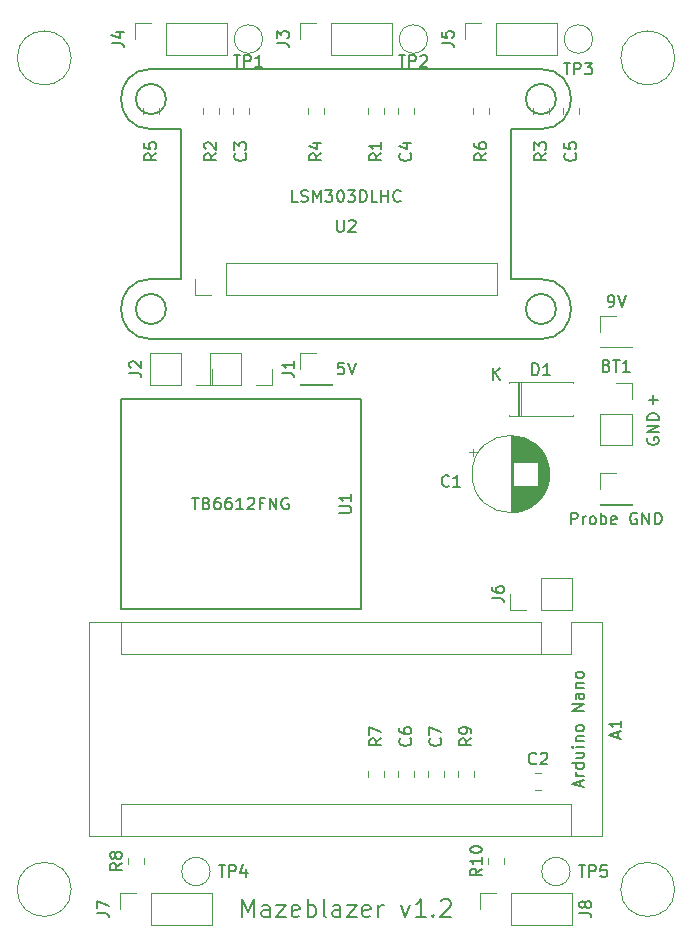
<source format=gbr>
G04 #@! TF.GenerationSoftware,KiCad,Pcbnew,5.0.2-bee76a0~70~ubuntu18.04.1*
G04 #@! TF.CreationDate,2019-04-24T16:28:52+03:00*
G04 #@! TF.ProjectId,hw,68772e6b-6963-4616-945f-706362585858,rev?*
G04 #@! TF.SameCoordinates,Original*
G04 #@! TF.FileFunction,Legend,Top*
G04 #@! TF.FilePolarity,Positive*
%FSLAX46Y46*%
G04 Gerber Fmt 4.6, Leading zero omitted, Abs format (unit mm)*
G04 Created by KiCad (PCBNEW 5.0.2-bee76a0~70~ubuntu18.04.1) date ke 24. huhtikuuta 2019 16.28.52*
%MOMM*%
%LPD*%
G01*
G04 APERTURE LIST*
%ADD10C,0.150000*%
%ADD11C,0.200000*%
%ADD12C,0.120000*%
G04 APERTURE END LIST*
D10*
X130190952Y-73477380D02*
X130381428Y-73477380D01*
X130476666Y-73429761D01*
X130524285Y-73382142D01*
X130619523Y-73239285D01*
X130667142Y-73048809D01*
X130667142Y-72667857D01*
X130619523Y-72572619D01*
X130571904Y-72525000D01*
X130476666Y-72477380D01*
X130286190Y-72477380D01*
X130190952Y-72525000D01*
X130143333Y-72572619D01*
X130095714Y-72667857D01*
X130095714Y-72905952D01*
X130143333Y-73001190D01*
X130190952Y-73048809D01*
X130286190Y-73096428D01*
X130476666Y-73096428D01*
X130571904Y-73048809D01*
X130619523Y-73001190D01*
X130667142Y-72905952D01*
X130952857Y-72477380D02*
X131286190Y-73477380D01*
X131619523Y-72477380D01*
X127000476Y-91892380D02*
X127000476Y-90892380D01*
X127381428Y-90892380D01*
X127476666Y-90940000D01*
X127524285Y-90987619D01*
X127571904Y-91082857D01*
X127571904Y-91225714D01*
X127524285Y-91320952D01*
X127476666Y-91368571D01*
X127381428Y-91416190D01*
X127000476Y-91416190D01*
X128000476Y-91892380D02*
X128000476Y-91225714D01*
X128000476Y-91416190D02*
X128048095Y-91320952D01*
X128095714Y-91273333D01*
X128190952Y-91225714D01*
X128286190Y-91225714D01*
X128762380Y-91892380D02*
X128667142Y-91844761D01*
X128619523Y-91797142D01*
X128571904Y-91701904D01*
X128571904Y-91416190D01*
X128619523Y-91320952D01*
X128667142Y-91273333D01*
X128762380Y-91225714D01*
X128905238Y-91225714D01*
X129000476Y-91273333D01*
X129048095Y-91320952D01*
X129095714Y-91416190D01*
X129095714Y-91701904D01*
X129048095Y-91797142D01*
X129000476Y-91844761D01*
X128905238Y-91892380D01*
X128762380Y-91892380D01*
X129524285Y-91892380D02*
X129524285Y-90892380D01*
X129524285Y-91273333D02*
X129619523Y-91225714D01*
X129810000Y-91225714D01*
X129905238Y-91273333D01*
X129952857Y-91320952D01*
X130000476Y-91416190D01*
X130000476Y-91701904D01*
X129952857Y-91797142D01*
X129905238Y-91844761D01*
X129810000Y-91892380D01*
X129619523Y-91892380D01*
X129524285Y-91844761D01*
X130810000Y-91844761D02*
X130714761Y-91892380D01*
X130524285Y-91892380D01*
X130429047Y-91844761D01*
X130381428Y-91749523D01*
X130381428Y-91368571D01*
X130429047Y-91273333D01*
X130524285Y-91225714D01*
X130714761Y-91225714D01*
X130810000Y-91273333D01*
X130857619Y-91368571D01*
X130857619Y-91463809D01*
X130381428Y-91559047D01*
X132571904Y-90940000D02*
X132476666Y-90892380D01*
X132333809Y-90892380D01*
X132190952Y-90940000D01*
X132095714Y-91035238D01*
X132048095Y-91130476D01*
X132000476Y-91320952D01*
X132000476Y-91463809D01*
X132048095Y-91654285D01*
X132095714Y-91749523D01*
X132190952Y-91844761D01*
X132333809Y-91892380D01*
X132429047Y-91892380D01*
X132571904Y-91844761D01*
X132619523Y-91797142D01*
X132619523Y-91463809D01*
X132429047Y-91463809D01*
X133048095Y-91892380D02*
X133048095Y-90892380D01*
X133619523Y-91892380D01*
X133619523Y-90892380D01*
X134095714Y-91892380D02*
X134095714Y-90892380D01*
X134333809Y-90892380D01*
X134476666Y-90940000D01*
X134571904Y-91035238D01*
X134619523Y-91130476D01*
X134667142Y-91320952D01*
X134667142Y-91463809D01*
X134619523Y-91654285D01*
X134571904Y-91749523D01*
X134476666Y-91844761D01*
X134333809Y-91892380D01*
X134095714Y-91892380D01*
D11*
X99128571Y-125138571D02*
X99128571Y-123638571D01*
X99628571Y-124710000D01*
X100128571Y-123638571D01*
X100128571Y-125138571D01*
X101485714Y-125138571D02*
X101485714Y-124352857D01*
X101414285Y-124210000D01*
X101271428Y-124138571D01*
X100985714Y-124138571D01*
X100842857Y-124210000D01*
X101485714Y-125067142D02*
X101342857Y-125138571D01*
X100985714Y-125138571D01*
X100842857Y-125067142D01*
X100771428Y-124924285D01*
X100771428Y-124781428D01*
X100842857Y-124638571D01*
X100985714Y-124567142D01*
X101342857Y-124567142D01*
X101485714Y-124495714D01*
X102057142Y-124138571D02*
X102842857Y-124138571D01*
X102057142Y-125138571D01*
X102842857Y-125138571D01*
X103985714Y-125067142D02*
X103842857Y-125138571D01*
X103557142Y-125138571D01*
X103414285Y-125067142D01*
X103342857Y-124924285D01*
X103342857Y-124352857D01*
X103414285Y-124210000D01*
X103557142Y-124138571D01*
X103842857Y-124138571D01*
X103985714Y-124210000D01*
X104057142Y-124352857D01*
X104057142Y-124495714D01*
X103342857Y-124638571D01*
X104700000Y-125138571D02*
X104700000Y-123638571D01*
X104700000Y-124210000D02*
X104842857Y-124138571D01*
X105128571Y-124138571D01*
X105271428Y-124210000D01*
X105342857Y-124281428D01*
X105414285Y-124424285D01*
X105414285Y-124852857D01*
X105342857Y-124995714D01*
X105271428Y-125067142D01*
X105128571Y-125138571D01*
X104842857Y-125138571D01*
X104700000Y-125067142D01*
X106271428Y-125138571D02*
X106128571Y-125067142D01*
X106057142Y-124924285D01*
X106057142Y-123638571D01*
X107485714Y-125138571D02*
X107485714Y-124352857D01*
X107414285Y-124210000D01*
X107271428Y-124138571D01*
X106985714Y-124138571D01*
X106842857Y-124210000D01*
X107485714Y-125067142D02*
X107342857Y-125138571D01*
X106985714Y-125138571D01*
X106842857Y-125067142D01*
X106771428Y-124924285D01*
X106771428Y-124781428D01*
X106842857Y-124638571D01*
X106985714Y-124567142D01*
X107342857Y-124567142D01*
X107485714Y-124495714D01*
X108057142Y-124138571D02*
X108842857Y-124138571D01*
X108057142Y-125138571D01*
X108842857Y-125138571D01*
X109985714Y-125067142D02*
X109842857Y-125138571D01*
X109557142Y-125138571D01*
X109414285Y-125067142D01*
X109342857Y-124924285D01*
X109342857Y-124352857D01*
X109414285Y-124210000D01*
X109557142Y-124138571D01*
X109842857Y-124138571D01*
X109985714Y-124210000D01*
X110057142Y-124352857D01*
X110057142Y-124495714D01*
X109342857Y-124638571D01*
X110700000Y-125138571D02*
X110700000Y-124138571D01*
X110700000Y-124424285D02*
X110771428Y-124281428D01*
X110842857Y-124210000D01*
X110985714Y-124138571D01*
X111128571Y-124138571D01*
X112628571Y-124138571D02*
X112985714Y-125138571D01*
X113342857Y-124138571D01*
X114700000Y-125138571D02*
X113842857Y-125138571D01*
X114271428Y-125138571D02*
X114271428Y-123638571D01*
X114128571Y-123852857D01*
X113985714Y-123995714D01*
X113842857Y-124067142D01*
X115342857Y-124995714D02*
X115414285Y-125067142D01*
X115342857Y-125138571D01*
X115271428Y-125067142D01*
X115342857Y-124995714D01*
X115342857Y-125138571D01*
X115985714Y-123781428D02*
X116057142Y-123710000D01*
X116200000Y-123638571D01*
X116557142Y-123638571D01*
X116700000Y-123710000D01*
X116771428Y-123781428D01*
X116842857Y-123924285D01*
X116842857Y-124067142D01*
X116771428Y-124281428D01*
X115914285Y-125138571D01*
X116842857Y-125138571D01*
D10*
X103854761Y-64587380D02*
X103378571Y-64587380D01*
X103378571Y-63587380D01*
X104140476Y-64539761D02*
X104283333Y-64587380D01*
X104521428Y-64587380D01*
X104616666Y-64539761D01*
X104664285Y-64492142D01*
X104711904Y-64396904D01*
X104711904Y-64301666D01*
X104664285Y-64206428D01*
X104616666Y-64158809D01*
X104521428Y-64111190D01*
X104330952Y-64063571D01*
X104235714Y-64015952D01*
X104188095Y-63968333D01*
X104140476Y-63873095D01*
X104140476Y-63777857D01*
X104188095Y-63682619D01*
X104235714Y-63635000D01*
X104330952Y-63587380D01*
X104569047Y-63587380D01*
X104711904Y-63635000D01*
X105140476Y-64587380D02*
X105140476Y-63587380D01*
X105473809Y-64301666D01*
X105807142Y-63587380D01*
X105807142Y-64587380D01*
X106188095Y-63587380D02*
X106807142Y-63587380D01*
X106473809Y-63968333D01*
X106616666Y-63968333D01*
X106711904Y-64015952D01*
X106759523Y-64063571D01*
X106807142Y-64158809D01*
X106807142Y-64396904D01*
X106759523Y-64492142D01*
X106711904Y-64539761D01*
X106616666Y-64587380D01*
X106330952Y-64587380D01*
X106235714Y-64539761D01*
X106188095Y-64492142D01*
X107426190Y-63587380D02*
X107521428Y-63587380D01*
X107616666Y-63635000D01*
X107664285Y-63682619D01*
X107711904Y-63777857D01*
X107759523Y-63968333D01*
X107759523Y-64206428D01*
X107711904Y-64396904D01*
X107664285Y-64492142D01*
X107616666Y-64539761D01*
X107521428Y-64587380D01*
X107426190Y-64587380D01*
X107330952Y-64539761D01*
X107283333Y-64492142D01*
X107235714Y-64396904D01*
X107188095Y-64206428D01*
X107188095Y-63968333D01*
X107235714Y-63777857D01*
X107283333Y-63682619D01*
X107330952Y-63635000D01*
X107426190Y-63587380D01*
X108092857Y-63587380D02*
X108711904Y-63587380D01*
X108378571Y-63968333D01*
X108521428Y-63968333D01*
X108616666Y-64015952D01*
X108664285Y-64063571D01*
X108711904Y-64158809D01*
X108711904Y-64396904D01*
X108664285Y-64492142D01*
X108616666Y-64539761D01*
X108521428Y-64587380D01*
X108235714Y-64587380D01*
X108140476Y-64539761D01*
X108092857Y-64492142D01*
X109140476Y-64587380D02*
X109140476Y-63587380D01*
X109378571Y-63587380D01*
X109521428Y-63635000D01*
X109616666Y-63730238D01*
X109664285Y-63825476D01*
X109711904Y-64015952D01*
X109711904Y-64158809D01*
X109664285Y-64349285D01*
X109616666Y-64444523D01*
X109521428Y-64539761D01*
X109378571Y-64587380D01*
X109140476Y-64587380D01*
X110616666Y-64587380D02*
X110140476Y-64587380D01*
X110140476Y-63587380D01*
X110950000Y-64587380D02*
X110950000Y-63587380D01*
X110950000Y-64063571D02*
X111521428Y-64063571D01*
X111521428Y-64587380D02*
X111521428Y-63587380D01*
X112569047Y-64492142D02*
X112521428Y-64539761D01*
X112378571Y-64587380D01*
X112283333Y-64587380D01*
X112140476Y-64539761D01*
X112045238Y-64444523D01*
X111997619Y-64349285D01*
X111950000Y-64158809D01*
X111950000Y-64015952D01*
X111997619Y-63825476D01*
X112045238Y-63730238D01*
X112140476Y-63635000D01*
X112283333Y-63587380D01*
X112378571Y-63587380D01*
X112521428Y-63635000D01*
X112569047Y-63682619D01*
X127801666Y-114077142D02*
X127801666Y-113600952D01*
X128087380Y-114172380D02*
X127087380Y-113839047D01*
X128087380Y-113505714D01*
X128087380Y-113172380D02*
X127420714Y-113172380D01*
X127611190Y-113172380D02*
X127515952Y-113124761D01*
X127468333Y-113077142D01*
X127420714Y-112981904D01*
X127420714Y-112886666D01*
X128087380Y-112124761D02*
X127087380Y-112124761D01*
X128039761Y-112124761D02*
X128087380Y-112220000D01*
X128087380Y-112410476D01*
X128039761Y-112505714D01*
X127992142Y-112553333D01*
X127896904Y-112600952D01*
X127611190Y-112600952D01*
X127515952Y-112553333D01*
X127468333Y-112505714D01*
X127420714Y-112410476D01*
X127420714Y-112220000D01*
X127468333Y-112124761D01*
X127420714Y-111220000D02*
X128087380Y-111220000D01*
X127420714Y-111648571D02*
X127944523Y-111648571D01*
X128039761Y-111600952D01*
X128087380Y-111505714D01*
X128087380Y-111362857D01*
X128039761Y-111267619D01*
X127992142Y-111220000D01*
X128087380Y-110743809D02*
X127420714Y-110743809D01*
X127087380Y-110743809D02*
X127135000Y-110791428D01*
X127182619Y-110743809D01*
X127135000Y-110696190D01*
X127087380Y-110743809D01*
X127182619Y-110743809D01*
X127420714Y-110267619D02*
X128087380Y-110267619D01*
X127515952Y-110267619D02*
X127468333Y-110220000D01*
X127420714Y-110124761D01*
X127420714Y-109981904D01*
X127468333Y-109886666D01*
X127563571Y-109839047D01*
X128087380Y-109839047D01*
X128087380Y-109220000D02*
X128039761Y-109315238D01*
X127992142Y-109362857D01*
X127896904Y-109410476D01*
X127611190Y-109410476D01*
X127515952Y-109362857D01*
X127468333Y-109315238D01*
X127420714Y-109220000D01*
X127420714Y-109077142D01*
X127468333Y-108981904D01*
X127515952Y-108934285D01*
X127611190Y-108886666D01*
X127896904Y-108886666D01*
X127992142Y-108934285D01*
X128039761Y-108981904D01*
X128087380Y-109077142D01*
X128087380Y-109220000D01*
X128087380Y-107696190D02*
X127087380Y-107696190D01*
X128087380Y-107124761D01*
X127087380Y-107124761D01*
X128087380Y-106220000D02*
X127563571Y-106220000D01*
X127468333Y-106267619D01*
X127420714Y-106362857D01*
X127420714Y-106553333D01*
X127468333Y-106648571D01*
X128039761Y-106220000D02*
X128087380Y-106315238D01*
X128087380Y-106553333D01*
X128039761Y-106648571D01*
X127944523Y-106696190D01*
X127849285Y-106696190D01*
X127754047Y-106648571D01*
X127706428Y-106553333D01*
X127706428Y-106315238D01*
X127658809Y-106220000D01*
X127420714Y-105743809D02*
X128087380Y-105743809D01*
X127515952Y-105743809D02*
X127468333Y-105696190D01*
X127420714Y-105600952D01*
X127420714Y-105458095D01*
X127468333Y-105362857D01*
X127563571Y-105315238D01*
X128087380Y-105315238D01*
X128087380Y-104696190D02*
X128039761Y-104791428D01*
X127992142Y-104839047D01*
X127896904Y-104886666D01*
X127611190Y-104886666D01*
X127515952Y-104839047D01*
X127468333Y-104791428D01*
X127420714Y-104696190D01*
X127420714Y-104553333D01*
X127468333Y-104458095D01*
X127515952Y-104410476D01*
X127611190Y-104362857D01*
X127896904Y-104362857D01*
X127992142Y-104410476D01*
X128039761Y-104458095D01*
X128087380Y-104553333D01*
X128087380Y-104696190D01*
X94917142Y-89622380D02*
X95488571Y-89622380D01*
X95202857Y-90622380D02*
X95202857Y-89622380D01*
X96155238Y-90098571D02*
X96298095Y-90146190D01*
X96345714Y-90193809D01*
X96393333Y-90289047D01*
X96393333Y-90431904D01*
X96345714Y-90527142D01*
X96298095Y-90574761D01*
X96202857Y-90622380D01*
X95821904Y-90622380D01*
X95821904Y-89622380D01*
X96155238Y-89622380D01*
X96250476Y-89670000D01*
X96298095Y-89717619D01*
X96345714Y-89812857D01*
X96345714Y-89908095D01*
X96298095Y-90003333D01*
X96250476Y-90050952D01*
X96155238Y-90098571D01*
X95821904Y-90098571D01*
X97250476Y-89622380D02*
X97060000Y-89622380D01*
X96964761Y-89670000D01*
X96917142Y-89717619D01*
X96821904Y-89860476D01*
X96774285Y-90050952D01*
X96774285Y-90431904D01*
X96821904Y-90527142D01*
X96869523Y-90574761D01*
X96964761Y-90622380D01*
X97155238Y-90622380D01*
X97250476Y-90574761D01*
X97298095Y-90527142D01*
X97345714Y-90431904D01*
X97345714Y-90193809D01*
X97298095Y-90098571D01*
X97250476Y-90050952D01*
X97155238Y-90003333D01*
X96964761Y-90003333D01*
X96869523Y-90050952D01*
X96821904Y-90098571D01*
X96774285Y-90193809D01*
X98202857Y-89622380D02*
X98012380Y-89622380D01*
X97917142Y-89670000D01*
X97869523Y-89717619D01*
X97774285Y-89860476D01*
X97726666Y-90050952D01*
X97726666Y-90431904D01*
X97774285Y-90527142D01*
X97821904Y-90574761D01*
X97917142Y-90622380D01*
X98107619Y-90622380D01*
X98202857Y-90574761D01*
X98250476Y-90527142D01*
X98298095Y-90431904D01*
X98298095Y-90193809D01*
X98250476Y-90098571D01*
X98202857Y-90050952D01*
X98107619Y-90003333D01*
X97917142Y-90003333D01*
X97821904Y-90050952D01*
X97774285Y-90098571D01*
X97726666Y-90193809D01*
X99250476Y-90622380D02*
X98679047Y-90622380D01*
X98964761Y-90622380D02*
X98964761Y-89622380D01*
X98869523Y-89765238D01*
X98774285Y-89860476D01*
X98679047Y-89908095D01*
X99631428Y-89717619D02*
X99679047Y-89670000D01*
X99774285Y-89622380D01*
X100012380Y-89622380D01*
X100107619Y-89670000D01*
X100155238Y-89717619D01*
X100202857Y-89812857D01*
X100202857Y-89908095D01*
X100155238Y-90050952D01*
X99583809Y-90622380D01*
X100202857Y-90622380D01*
X100964761Y-90098571D02*
X100631428Y-90098571D01*
X100631428Y-90622380D02*
X100631428Y-89622380D01*
X101107619Y-89622380D01*
X101488571Y-90622380D02*
X101488571Y-89622380D01*
X102060000Y-90622380D01*
X102060000Y-89622380D01*
X103060000Y-89670000D02*
X102964761Y-89622380D01*
X102821904Y-89622380D01*
X102679047Y-89670000D01*
X102583809Y-89765238D01*
X102536190Y-89860476D01*
X102488571Y-90050952D01*
X102488571Y-90193809D01*
X102536190Y-90384285D01*
X102583809Y-90479523D01*
X102679047Y-90574761D01*
X102821904Y-90622380D01*
X102917142Y-90622380D01*
X103060000Y-90574761D01*
X103107619Y-90527142D01*
X103107619Y-90193809D01*
X102917142Y-90193809D01*
X133485000Y-84581904D02*
X133437380Y-84677142D01*
X133437380Y-84820000D01*
X133485000Y-84962857D01*
X133580238Y-85058095D01*
X133675476Y-85105714D01*
X133865952Y-85153333D01*
X134008809Y-85153333D01*
X134199285Y-85105714D01*
X134294523Y-85058095D01*
X134389761Y-84962857D01*
X134437380Y-84820000D01*
X134437380Y-84724761D01*
X134389761Y-84581904D01*
X134342142Y-84534285D01*
X134008809Y-84534285D01*
X134008809Y-84724761D01*
X134437380Y-84105714D02*
X133437380Y-84105714D01*
X134437380Y-83534285D01*
X133437380Y-83534285D01*
X134437380Y-83058095D02*
X133437380Y-83058095D01*
X133437380Y-82820000D01*
X133485000Y-82677142D01*
X133580238Y-82581904D01*
X133675476Y-82534285D01*
X133865952Y-82486666D01*
X134008809Y-82486666D01*
X134199285Y-82534285D01*
X134294523Y-82581904D01*
X134389761Y-82677142D01*
X134437380Y-82820000D01*
X134437380Y-83058095D01*
X133604047Y-81351428D02*
X134365952Y-81351428D01*
X133985000Y-81732380D02*
X133985000Y-80970476D01*
D12*
G04 #@! TO.C,*
X129480000Y-76895000D02*
X132140000Y-76895000D01*
X129480000Y-76835000D02*
X129480000Y-76895000D01*
X132140000Y-76835000D02*
X132140000Y-76895000D01*
X129480000Y-76835000D02*
X132140000Y-76835000D01*
X129480000Y-75565000D02*
X129480000Y-74235000D01*
X129480000Y-74235000D02*
X130810000Y-74235000D01*
G04 #@! TO.C,TP5*
X126930000Y-121285000D02*
G75*
G03X126930000Y-121285000I-1200000J0D01*
G01*
G04 #@! TO.C,TP4*
X96450000Y-121285000D02*
G75*
G03X96450000Y-121285000I-1200000J0D01*
G01*
G04 #@! TO.C,TP3*
X128835000Y-50800000D02*
G75*
G03X128835000Y-50800000I-1200000J0D01*
G01*
G04 #@! TO.C,TP2*
X114865000Y-50800000D02*
G75*
G03X114865000Y-50800000I-1200000J0D01*
G01*
G04 #@! TO.C,*
X84686000Y-122800000D02*
G75*
G03X84686000Y-122800000I-2286000J0D01*
G01*
X135786000Y-122800000D02*
G75*
G03X135786000Y-122800000I-2286000J0D01*
G01*
X135786000Y-52400000D02*
G75*
G03X135786000Y-52400000I-2286000J0D01*
G01*
X84686000Y-52400000D02*
G75*
G03X84686000Y-52400000I-2286000J0D01*
G01*
G04 #@! TO.C,A1*
X124460000Y-102870000D02*
X127000000Y-102870000D01*
X127000000Y-102870000D02*
X127000000Y-100200000D01*
X124460000Y-100200000D02*
X86230000Y-100200000D01*
X129670000Y-100200000D02*
X127000000Y-100200000D01*
X127000000Y-115570000D02*
X127000000Y-118240000D01*
X127000000Y-115570000D02*
X88900000Y-115570000D01*
X88900000Y-115570000D02*
X88900000Y-118240000D01*
X124460000Y-102870000D02*
X124460000Y-100200000D01*
X124460000Y-102870000D02*
X88900000Y-102870000D01*
X88900000Y-102870000D02*
X88900000Y-100200000D01*
X86230000Y-100200000D02*
X86230000Y-118240000D01*
X86230000Y-118240000D02*
X129670000Y-118240000D01*
X129670000Y-118240000D02*
X129670000Y-100200000D01*
G04 #@! TO.C,BT1*
X129480000Y-82550000D02*
X132140000Y-82550000D01*
X129480000Y-82550000D02*
X129480000Y-85150000D01*
X129480000Y-85150000D02*
X132140000Y-85150000D01*
X132140000Y-82550000D02*
X132140000Y-85150000D01*
X132140000Y-79950000D02*
X132140000Y-81280000D01*
X130810000Y-79950000D02*
X132140000Y-79950000D01*
G04 #@! TO.C,C1*
X125170000Y-87630000D02*
G75*
G03X125170000Y-87630000I-3270000J0D01*
G01*
X121900000Y-84400000D02*
X121900000Y-90860000D01*
X121940000Y-84400000D02*
X121940000Y-90860000D01*
X121980000Y-84400000D02*
X121980000Y-90860000D01*
X122020000Y-84402000D02*
X122020000Y-90858000D01*
X122060000Y-84403000D02*
X122060000Y-90857000D01*
X122100000Y-84406000D02*
X122100000Y-90854000D01*
X122140000Y-84408000D02*
X122140000Y-86590000D01*
X122140000Y-88670000D02*
X122140000Y-90852000D01*
X122180000Y-84412000D02*
X122180000Y-86590000D01*
X122180000Y-88670000D02*
X122180000Y-90848000D01*
X122220000Y-84415000D02*
X122220000Y-86590000D01*
X122220000Y-88670000D02*
X122220000Y-90845000D01*
X122260000Y-84419000D02*
X122260000Y-86590000D01*
X122260000Y-88670000D02*
X122260000Y-90841000D01*
X122300000Y-84424000D02*
X122300000Y-86590000D01*
X122300000Y-88670000D02*
X122300000Y-90836000D01*
X122340000Y-84429000D02*
X122340000Y-86590000D01*
X122340000Y-88670000D02*
X122340000Y-90831000D01*
X122380000Y-84435000D02*
X122380000Y-86590000D01*
X122380000Y-88670000D02*
X122380000Y-90825000D01*
X122420000Y-84441000D02*
X122420000Y-86590000D01*
X122420000Y-88670000D02*
X122420000Y-90819000D01*
X122460000Y-84448000D02*
X122460000Y-86590000D01*
X122460000Y-88670000D02*
X122460000Y-90812000D01*
X122500000Y-84455000D02*
X122500000Y-86590000D01*
X122500000Y-88670000D02*
X122500000Y-90805000D01*
X122540000Y-84463000D02*
X122540000Y-86590000D01*
X122540000Y-88670000D02*
X122540000Y-90797000D01*
X122580000Y-84471000D02*
X122580000Y-86590000D01*
X122580000Y-88670000D02*
X122580000Y-90789000D01*
X122621000Y-84480000D02*
X122621000Y-86590000D01*
X122621000Y-88670000D02*
X122621000Y-90780000D01*
X122661000Y-84489000D02*
X122661000Y-86590000D01*
X122661000Y-88670000D02*
X122661000Y-90771000D01*
X122701000Y-84499000D02*
X122701000Y-86590000D01*
X122701000Y-88670000D02*
X122701000Y-90761000D01*
X122741000Y-84509000D02*
X122741000Y-86590000D01*
X122741000Y-88670000D02*
X122741000Y-90751000D01*
X122781000Y-84520000D02*
X122781000Y-86590000D01*
X122781000Y-88670000D02*
X122781000Y-90740000D01*
X122821000Y-84532000D02*
X122821000Y-86590000D01*
X122821000Y-88670000D02*
X122821000Y-90728000D01*
X122861000Y-84544000D02*
X122861000Y-86590000D01*
X122861000Y-88670000D02*
X122861000Y-90716000D01*
X122901000Y-84556000D02*
X122901000Y-86590000D01*
X122901000Y-88670000D02*
X122901000Y-90704000D01*
X122941000Y-84569000D02*
X122941000Y-86590000D01*
X122941000Y-88670000D02*
X122941000Y-90691000D01*
X122981000Y-84583000D02*
X122981000Y-86590000D01*
X122981000Y-88670000D02*
X122981000Y-90677000D01*
X123021000Y-84597000D02*
X123021000Y-86590000D01*
X123021000Y-88670000D02*
X123021000Y-90663000D01*
X123061000Y-84612000D02*
X123061000Y-86590000D01*
X123061000Y-88670000D02*
X123061000Y-90648000D01*
X123101000Y-84628000D02*
X123101000Y-86590000D01*
X123101000Y-88670000D02*
X123101000Y-90632000D01*
X123141000Y-84644000D02*
X123141000Y-86590000D01*
X123141000Y-88670000D02*
X123141000Y-90616000D01*
X123181000Y-84660000D02*
X123181000Y-86590000D01*
X123181000Y-88670000D02*
X123181000Y-90600000D01*
X123221000Y-84678000D02*
X123221000Y-86590000D01*
X123221000Y-88670000D02*
X123221000Y-90582000D01*
X123261000Y-84696000D02*
X123261000Y-86590000D01*
X123261000Y-88670000D02*
X123261000Y-90564000D01*
X123301000Y-84714000D02*
X123301000Y-86590000D01*
X123301000Y-88670000D02*
X123301000Y-90546000D01*
X123341000Y-84734000D02*
X123341000Y-86590000D01*
X123341000Y-88670000D02*
X123341000Y-90526000D01*
X123381000Y-84754000D02*
X123381000Y-86590000D01*
X123381000Y-88670000D02*
X123381000Y-90506000D01*
X123421000Y-84774000D02*
X123421000Y-86590000D01*
X123421000Y-88670000D02*
X123421000Y-90486000D01*
X123461000Y-84796000D02*
X123461000Y-86590000D01*
X123461000Y-88670000D02*
X123461000Y-90464000D01*
X123501000Y-84818000D02*
X123501000Y-86590000D01*
X123501000Y-88670000D02*
X123501000Y-90442000D01*
X123541000Y-84840000D02*
X123541000Y-86590000D01*
X123541000Y-88670000D02*
X123541000Y-90420000D01*
X123581000Y-84864000D02*
X123581000Y-86590000D01*
X123581000Y-88670000D02*
X123581000Y-90396000D01*
X123621000Y-84888000D02*
X123621000Y-86590000D01*
X123621000Y-88670000D02*
X123621000Y-90372000D01*
X123661000Y-84914000D02*
X123661000Y-86590000D01*
X123661000Y-88670000D02*
X123661000Y-90346000D01*
X123701000Y-84940000D02*
X123701000Y-86590000D01*
X123701000Y-88670000D02*
X123701000Y-90320000D01*
X123741000Y-84966000D02*
X123741000Y-86590000D01*
X123741000Y-88670000D02*
X123741000Y-90294000D01*
X123781000Y-84994000D02*
X123781000Y-86590000D01*
X123781000Y-88670000D02*
X123781000Y-90266000D01*
X123821000Y-85023000D02*
X123821000Y-86590000D01*
X123821000Y-88670000D02*
X123821000Y-90237000D01*
X123861000Y-85052000D02*
X123861000Y-86590000D01*
X123861000Y-88670000D02*
X123861000Y-90208000D01*
X123901000Y-85082000D02*
X123901000Y-86590000D01*
X123901000Y-88670000D02*
X123901000Y-90178000D01*
X123941000Y-85114000D02*
X123941000Y-86590000D01*
X123941000Y-88670000D02*
X123941000Y-90146000D01*
X123981000Y-85146000D02*
X123981000Y-86590000D01*
X123981000Y-88670000D02*
X123981000Y-90114000D01*
X124021000Y-85180000D02*
X124021000Y-86590000D01*
X124021000Y-88670000D02*
X124021000Y-90080000D01*
X124061000Y-85214000D02*
X124061000Y-86590000D01*
X124061000Y-88670000D02*
X124061000Y-90046000D01*
X124101000Y-85250000D02*
X124101000Y-86590000D01*
X124101000Y-88670000D02*
X124101000Y-90010000D01*
X124141000Y-85287000D02*
X124141000Y-86590000D01*
X124141000Y-88670000D02*
X124141000Y-89973000D01*
X124181000Y-85325000D02*
X124181000Y-86590000D01*
X124181000Y-88670000D02*
X124181000Y-89935000D01*
X124221000Y-85365000D02*
X124221000Y-89895000D01*
X124261000Y-85406000D02*
X124261000Y-89854000D01*
X124301000Y-85448000D02*
X124301000Y-89812000D01*
X124341000Y-85493000D02*
X124341000Y-89767000D01*
X124381000Y-85538000D02*
X124381000Y-89722000D01*
X124421000Y-85586000D02*
X124421000Y-89674000D01*
X124461000Y-85635000D02*
X124461000Y-89625000D01*
X124501000Y-85686000D02*
X124501000Y-89574000D01*
X124541000Y-85740000D02*
X124541000Y-89520000D01*
X124581000Y-85796000D02*
X124581000Y-89464000D01*
X124621000Y-85854000D02*
X124621000Y-89406000D01*
X124661000Y-85916000D02*
X124661000Y-89344000D01*
X124701000Y-85980000D02*
X124701000Y-89280000D01*
X124741000Y-86049000D02*
X124741000Y-89211000D01*
X124781000Y-86121000D02*
X124781000Y-89139000D01*
X124821000Y-86198000D02*
X124821000Y-89062000D01*
X124861000Y-86280000D02*
X124861000Y-88980000D01*
X124901000Y-86368000D02*
X124901000Y-88892000D01*
X124941000Y-86465000D02*
X124941000Y-88795000D01*
X124981000Y-86571000D02*
X124981000Y-88689000D01*
X125021000Y-86690000D02*
X125021000Y-88570000D01*
X125061000Y-86828000D02*
X125061000Y-88432000D01*
X125101000Y-86997000D02*
X125101000Y-88263000D01*
X125141000Y-87228000D02*
X125141000Y-88032000D01*
X118399759Y-85791000D02*
X119029759Y-85791000D01*
X118714759Y-85476000D02*
X118714759Y-86106000D01*
G04 #@! TO.C,C2*
X124476252Y-112955000D02*
X123953748Y-112955000D01*
X124476252Y-114375000D02*
X123953748Y-114375000D01*
G04 #@! TO.C,C3*
X99770000Y-56643748D02*
X99770000Y-57166252D01*
X98350000Y-56643748D02*
X98350000Y-57166252D01*
G04 #@! TO.C,C4*
X113740000Y-56643748D02*
X113740000Y-57166252D01*
X112320000Y-56643748D02*
X112320000Y-57166252D01*
G04 #@! TO.C,C5*
X126290000Y-56643748D02*
X126290000Y-57166252D01*
X127710000Y-56643748D02*
X127710000Y-57166252D01*
G04 #@! TO.C,C6*
X112320000Y-113291252D02*
X112320000Y-112768748D01*
X113740000Y-113291252D02*
X113740000Y-112768748D01*
G04 #@! TO.C,C7*
X116280000Y-113291252D02*
X116280000Y-112768748D01*
X114860000Y-113291252D02*
X114860000Y-112768748D01*
G04 #@! TO.C,D1*
X121740000Y-79940000D02*
X121740000Y-79810000D01*
X121740000Y-79810000D02*
X127180000Y-79810000D01*
X127180000Y-79810000D02*
X127180000Y-79940000D01*
X121740000Y-82620000D02*
X121740000Y-82750000D01*
X121740000Y-82750000D02*
X127180000Y-82750000D01*
X127180000Y-82750000D02*
X127180000Y-82620000D01*
X122640000Y-79810000D02*
X122640000Y-82750000D01*
X122760000Y-79810000D02*
X122760000Y-82750000D01*
X122520000Y-79810000D02*
X122520000Y-82750000D01*
G04 #@! TO.C,J1*
X99060000Y-77410000D02*
X99060000Y-80070000D01*
X99060000Y-77410000D02*
X96460000Y-77410000D01*
X96460000Y-77410000D02*
X96460000Y-80070000D01*
X99060000Y-80070000D02*
X96460000Y-80070000D01*
X101660000Y-80070000D02*
X100330000Y-80070000D01*
X101660000Y-78740000D02*
X101660000Y-80070000D01*
G04 #@! TO.C,J2*
X96580000Y-78740000D02*
X96580000Y-80070000D01*
X96580000Y-80070000D02*
X95250000Y-80070000D01*
X93980000Y-80070000D02*
X91380000Y-80070000D01*
X91380000Y-77410000D02*
X91380000Y-80070000D01*
X93980000Y-77410000D02*
X91380000Y-77410000D01*
X93980000Y-77410000D02*
X93980000Y-80070000D01*
G04 #@! TO.C,J3*
X106680000Y-52130000D02*
X106680000Y-49470000D01*
X106680000Y-52130000D02*
X111820000Y-52130000D01*
X111820000Y-52130000D02*
X111820000Y-49470000D01*
X106680000Y-49470000D02*
X111820000Y-49470000D01*
X104080000Y-49470000D02*
X105410000Y-49470000D01*
X104080000Y-50800000D02*
X104080000Y-49470000D01*
G04 #@! TO.C,J4*
X92710000Y-52130000D02*
X92710000Y-49470000D01*
X92710000Y-52130000D02*
X97850000Y-52130000D01*
X97850000Y-52130000D02*
X97850000Y-49470000D01*
X92710000Y-49470000D02*
X97850000Y-49470000D01*
X90110000Y-49470000D02*
X91440000Y-49470000D01*
X90110000Y-50800000D02*
X90110000Y-49470000D01*
G04 #@! TO.C,J5*
X118050000Y-50800000D02*
X118050000Y-49470000D01*
X118050000Y-49470000D02*
X119380000Y-49470000D01*
X120650000Y-49470000D02*
X125790000Y-49470000D01*
X125790000Y-52130000D02*
X125790000Y-49470000D01*
X120650000Y-52130000D02*
X125790000Y-52130000D01*
X120650000Y-52130000D02*
X120650000Y-49470000D01*
G04 #@! TO.C,J6*
X127060000Y-99120000D02*
X127060000Y-96460000D01*
X124460000Y-99120000D02*
X127060000Y-99120000D01*
X124460000Y-96460000D02*
X127060000Y-96460000D01*
X124460000Y-99120000D02*
X124460000Y-96460000D01*
X123190000Y-99120000D02*
X121860000Y-99120000D01*
X121860000Y-99120000D02*
X121860000Y-97790000D01*
G04 #@! TO.C,J7*
X88840000Y-124460000D02*
X88840000Y-123130000D01*
X88840000Y-123130000D02*
X90170000Y-123130000D01*
X91440000Y-123130000D02*
X96580000Y-123130000D01*
X96580000Y-125790000D02*
X96580000Y-123130000D01*
X91440000Y-125790000D02*
X96580000Y-125790000D01*
X91440000Y-125790000D02*
X91440000Y-123130000D01*
G04 #@! TO.C,J8*
X121920000Y-125790000D02*
X121920000Y-123130000D01*
X121920000Y-125790000D02*
X127060000Y-125790000D01*
X127060000Y-125790000D02*
X127060000Y-123130000D01*
X121920000Y-123130000D02*
X127060000Y-123130000D01*
X119320000Y-123130000D02*
X120650000Y-123130000D01*
X119320000Y-124460000D02*
X119320000Y-123130000D01*
G04 #@! TO.C,R1*
X109780000Y-57166252D02*
X109780000Y-56643748D01*
X111200000Y-57166252D02*
X111200000Y-56643748D01*
G04 #@! TO.C,R2*
X97230000Y-57166252D02*
X97230000Y-56643748D01*
X95810000Y-57166252D02*
X95810000Y-56643748D01*
G04 #@! TO.C,R3*
X125170000Y-57166252D02*
X125170000Y-56643748D01*
X123750000Y-57166252D02*
X123750000Y-56643748D01*
G04 #@! TO.C,R4*
X104700000Y-56643748D02*
X104700000Y-57166252D01*
X106120000Y-56643748D02*
X106120000Y-57166252D01*
G04 #@! TO.C,R5*
X92150000Y-56643748D02*
X92150000Y-57166252D01*
X90730000Y-56643748D02*
X90730000Y-57166252D01*
G04 #@! TO.C,R6*
X120090000Y-56643748D02*
X120090000Y-57166252D01*
X118670000Y-56643748D02*
X118670000Y-57166252D01*
G04 #@! TO.C,R7*
X109780000Y-112768748D02*
X109780000Y-113291252D01*
X111200000Y-112768748D02*
X111200000Y-113291252D01*
G04 #@! TO.C,R8*
X89460000Y-120666252D02*
X89460000Y-120143748D01*
X90880000Y-120666252D02*
X90880000Y-120143748D01*
G04 #@! TO.C,R9*
X118820000Y-112768748D02*
X118820000Y-113291252D01*
X117400000Y-112768748D02*
X117400000Y-113291252D01*
G04 #@! TO.C,R10*
X121360000Y-120666252D02*
X121360000Y-120143748D01*
X119940000Y-120666252D02*
X119940000Y-120143748D01*
D10*
G04 #@! TO.C,U1*
X109220000Y-81280000D02*
X109220000Y-99060000D01*
X109220000Y-99060000D02*
X88900000Y-99060000D01*
X88900000Y-99060000D02*
X88900000Y-81280000D01*
X88900000Y-81280000D02*
X109220000Y-81280000D01*
G04 #@! TO.C,U2*
X96520000Y-76200000D02*
X119380000Y-76200000D01*
X119380000Y-76200000D02*
X124460000Y-76200000D01*
X124460000Y-71120000D02*
G75*
G02X124460000Y-76200000I0J-2540000D01*
G01*
X124460000Y-71120000D02*
X121920000Y-71120000D01*
X96520000Y-76200000D02*
X91440000Y-76200000D01*
X91440000Y-76200000D02*
G75*
G02X91440000Y-71120000I0J2540000D01*
G01*
X91440000Y-71120000D02*
X93980000Y-71120000D01*
X121920000Y-71120000D02*
X121920000Y-58420000D01*
X121920000Y-58420000D02*
X124460000Y-58420000D01*
X124460000Y-53340000D02*
X91440000Y-53340000D01*
X91440000Y-58420000D02*
X93980000Y-58420000D01*
X93980000Y-58420000D02*
X93980000Y-71120000D01*
X124460000Y-53340000D02*
G75*
G02X124460000Y-58420000I0J-2540000D01*
G01*
X91440000Y-58420000D02*
G75*
G02X91440000Y-53340000I0J2540000D01*
G01*
X125730000Y-55880000D02*
G75*
G03X125730000Y-55880000I-1270000J0D01*
G01*
X92710000Y-55880000D02*
G75*
G03X92710000Y-55880000I-1270000J0D01*
G01*
X125730000Y-73660000D02*
G75*
G03X125730000Y-73660000I-1270000J0D01*
G01*
X92710000Y-73660000D02*
G75*
G03X92710000Y-73660000I-1270000J0D01*
G01*
D12*
G04 #@! TO.C,*
X95190000Y-72450000D02*
X95190000Y-71120000D01*
X96520000Y-72450000D02*
X95190000Y-72450000D01*
X97790000Y-72450000D02*
X97790000Y-69790000D01*
X97790000Y-69790000D02*
X120710000Y-69790000D01*
X97790000Y-72450000D02*
X120710000Y-72450000D01*
X120710000Y-72450000D02*
X120710000Y-69790000D01*
X129480000Y-87570000D02*
X130810000Y-87570000D01*
X129480000Y-88900000D02*
X129480000Y-87570000D01*
X129480000Y-90170000D02*
X132140000Y-90170000D01*
X132140000Y-90170000D02*
X132140000Y-90230000D01*
X129480000Y-90170000D02*
X129480000Y-90230000D01*
X129480000Y-90230000D02*
X132140000Y-90230000D01*
G04 #@! TO.C,TP1*
X100895000Y-50800000D02*
G75*
G03X100895000Y-50800000I-1200000J0D01*
G01*
G04 #@! TO.C,5V*
X104080000Y-77410000D02*
X105410000Y-77410000D01*
X104080000Y-78740000D02*
X104080000Y-77410000D01*
X104080000Y-80010000D02*
X106740000Y-80010000D01*
X106740000Y-80010000D02*
X106740000Y-80070000D01*
X104080000Y-80010000D02*
X104080000Y-80070000D01*
X104080000Y-80070000D02*
X106740000Y-80070000D01*
G04 #@! TO.C,*
D10*
G04 #@! TO.C,TP5*
X127643095Y-120737380D02*
X128214523Y-120737380D01*
X127928809Y-121737380D02*
X127928809Y-120737380D01*
X128547857Y-121737380D02*
X128547857Y-120737380D01*
X128928809Y-120737380D01*
X129024047Y-120785000D01*
X129071666Y-120832619D01*
X129119285Y-120927857D01*
X129119285Y-121070714D01*
X129071666Y-121165952D01*
X129024047Y-121213571D01*
X128928809Y-121261190D01*
X128547857Y-121261190D01*
X130024047Y-120737380D02*
X129547857Y-120737380D01*
X129500238Y-121213571D01*
X129547857Y-121165952D01*
X129643095Y-121118333D01*
X129881190Y-121118333D01*
X129976428Y-121165952D01*
X130024047Y-121213571D01*
X130071666Y-121308809D01*
X130071666Y-121546904D01*
X130024047Y-121642142D01*
X129976428Y-121689761D01*
X129881190Y-121737380D01*
X129643095Y-121737380D01*
X129547857Y-121689761D01*
X129500238Y-121642142D01*
G04 #@! TO.C,TP4*
X97163095Y-120737380D02*
X97734523Y-120737380D01*
X97448809Y-121737380D02*
X97448809Y-120737380D01*
X98067857Y-121737380D02*
X98067857Y-120737380D01*
X98448809Y-120737380D01*
X98544047Y-120785000D01*
X98591666Y-120832619D01*
X98639285Y-120927857D01*
X98639285Y-121070714D01*
X98591666Y-121165952D01*
X98544047Y-121213571D01*
X98448809Y-121261190D01*
X98067857Y-121261190D01*
X99496428Y-121070714D02*
X99496428Y-121737380D01*
X99258333Y-120689761D02*
X99020238Y-121404047D01*
X99639285Y-121404047D01*
G04 #@! TO.C,TP3*
X126373095Y-52792380D02*
X126944523Y-52792380D01*
X126658809Y-53792380D02*
X126658809Y-52792380D01*
X127277857Y-53792380D02*
X127277857Y-52792380D01*
X127658809Y-52792380D01*
X127754047Y-52840000D01*
X127801666Y-52887619D01*
X127849285Y-52982857D01*
X127849285Y-53125714D01*
X127801666Y-53220952D01*
X127754047Y-53268571D01*
X127658809Y-53316190D01*
X127277857Y-53316190D01*
X128182619Y-52792380D02*
X128801666Y-52792380D01*
X128468333Y-53173333D01*
X128611190Y-53173333D01*
X128706428Y-53220952D01*
X128754047Y-53268571D01*
X128801666Y-53363809D01*
X128801666Y-53601904D01*
X128754047Y-53697142D01*
X128706428Y-53744761D01*
X128611190Y-53792380D01*
X128325476Y-53792380D01*
X128230238Y-53744761D01*
X128182619Y-53697142D01*
G04 #@! TO.C,TP2*
X112403095Y-52157380D02*
X112974523Y-52157380D01*
X112688809Y-53157380D02*
X112688809Y-52157380D01*
X113307857Y-53157380D02*
X113307857Y-52157380D01*
X113688809Y-52157380D01*
X113784047Y-52205000D01*
X113831666Y-52252619D01*
X113879285Y-52347857D01*
X113879285Y-52490714D01*
X113831666Y-52585952D01*
X113784047Y-52633571D01*
X113688809Y-52681190D01*
X113307857Y-52681190D01*
X114260238Y-52252619D02*
X114307857Y-52205000D01*
X114403095Y-52157380D01*
X114641190Y-52157380D01*
X114736428Y-52205000D01*
X114784047Y-52252619D01*
X114831666Y-52347857D01*
X114831666Y-52443095D01*
X114784047Y-52585952D01*
X114212619Y-53157380D01*
X114831666Y-53157380D01*
G04 #@! TO.C,*
G04 #@! TO.C,A1*
X130976666Y-109934285D02*
X130976666Y-109458095D01*
X131262380Y-110029523D02*
X130262380Y-109696190D01*
X131262380Y-109362857D01*
X131262380Y-108505714D02*
X131262380Y-109077142D01*
X131262380Y-108791428D02*
X130262380Y-108791428D01*
X130405238Y-108886666D01*
X130500476Y-108981904D01*
X130548095Y-109077142D01*
G04 #@! TO.C,BT1*
X130024285Y-78438571D02*
X130167142Y-78486190D01*
X130214761Y-78533809D01*
X130262380Y-78629047D01*
X130262380Y-78771904D01*
X130214761Y-78867142D01*
X130167142Y-78914761D01*
X130071904Y-78962380D01*
X129690952Y-78962380D01*
X129690952Y-77962380D01*
X130024285Y-77962380D01*
X130119523Y-78010000D01*
X130167142Y-78057619D01*
X130214761Y-78152857D01*
X130214761Y-78248095D01*
X130167142Y-78343333D01*
X130119523Y-78390952D01*
X130024285Y-78438571D01*
X129690952Y-78438571D01*
X130548095Y-77962380D02*
X131119523Y-77962380D01*
X130833809Y-78962380D02*
X130833809Y-77962380D01*
X131976666Y-78962380D02*
X131405238Y-78962380D01*
X131690952Y-78962380D02*
X131690952Y-77962380D01*
X131595714Y-78105238D01*
X131500476Y-78200476D01*
X131405238Y-78248095D01*
G04 #@! TO.C,C1*
X116673333Y-88622142D02*
X116625714Y-88669761D01*
X116482857Y-88717380D01*
X116387619Y-88717380D01*
X116244761Y-88669761D01*
X116149523Y-88574523D01*
X116101904Y-88479285D01*
X116054285Y-88288809D01*
X116054285Y-88145952D01*
X116101904Y-87955476D01*
X116149523Y-87860238D01*
X116244761Y-87765000D01*
X116387619Y-87717380D01*
X116482857Y-87717380D01*
X116625714Y-87765000D01*
X116673333Y-87812619D01*
X117625714Y-88717380D02*
X117054285Y-88717380D01*
X117340000Y-88717380D02*
X117340000Y-87717380D01*
X117244761Y-87860238D01*
X117149523Y-87955476D01*
X117054285Y-88003095D01*
G04 #@! TO.C,C2*
X124048333Y-112117142D02*
X124000714Y-112164761D01*
X123857857Y-112212380D01*
X123762619Y-112212380D01*
X123619761Y-112164761D01*
X123524523Y-112069523D01*
X123476904Y-111974285D01*
X123429285Y-111783809D01*
X123429285Y-111640952D01*
X123476904Y-111450476D01*
X123524523Y-111355238D01*
X123619761Y-111260000D01*
X123762619Y-111212380D01*
X123857857Y-111212380D01*
X124000714Y-111260000D01*
X124048333Y-111307619D01*
X124429285Y-111307619D02*
X124476904Y-111260000D01*
X124572142Y-111212380D01*
X124810238Y-111212380D01*
X124905476Y-111260000D01*
X124953095Y-111307619D01*
X125000714Y-111402857D01*
X125000714Y-111498095D01*
X124953095Y-111640952D01*
X124381666Y-112212380D01*
X125000714Y-112212380D01*
G04 #@! TO.C,C3*
X99417142Y-60491666D02*
X99464761Y-60539285D01*
X99512380Y-60682142D01*
X99512380Y-60777380D01*
X99464761Y-60920238D01*
X99369523Y-61015476D01*
X99274285Y-61063095D01*
X99083809Y-61110714D01*
X98940952Y-61110714D01*
X98750476Y-61063095D01*
X98655238Y-61015476D01*
X98560000Y-60920238D01*
X98512380Y-60777380D01*
X98512380Y-60682142D01*
X98560000Y-60539285D01*
X98607619Y-60491666D01*
X98512380Y-60158333D02*
X98512380Y-59539285D01*
X98893333Y-59872619D01*
X98893333Y-59729761D01*
X98940952Y-59634523D01*
X98988571Y-59586904D01*
X99083809Y-59539285D01*
X99321904Y-59539285D01*
X99417142Y-59586904D01*
X99464761Y-59634523D01*
X99512380Y-59729761D01*
X99512380Y-60015476D01*
X99464761Y-60110714D01*
X99417142Y-60158333D01*
G04 #@! TO.C,C4*
X113387142Y-60491666D02*
X113434761Y-60539285D01*
X113482380Y-60682142D01*
X113482380Y-60777380D01*
X113434761Y-60920238D01*
X113339523Y-61015476D01*
X113244285Y-61063095D01*
X113053809Y-61110714D01*
X112910952Y-61110714D01*
X112720476Y-61063095D01*
X112625238Y-61015476D01*
X112530000Y-60920238D01*
X112482380Y-60777380D01*
X112482380Y-60682142D01*
X112530000Y-60539285D01*
X112577619Y-60491666D01*
X112815714Y-59634523D02*
X113482380Y-59634523D01*
X112434761Y-59872619D02*
X113149047Y-60110714D01*
X113149047Y-59491666D01*
G04 #@! TO.C,C5*
X127357142Y-60491666D02*
X127404761Y-60539285D01*
X127452380Y-60682142D01*
X127452380Y-60777380D01*
X127404761Y-60920238D01*
X127309523Y-61015476D01*
X127214285Y-61063095D01*
X127023809Y-61110714D01*
X126880952Y-61110714D01*
X126690476Y-61063095D01*
X126595238Y-61015476D01*
X126500000Y-60920238D01*
X126452380Y-60777380D01*
X126452380Y-60682142D01*
X126500000Y-60539285D01*
X126547619Y-60491666D01*
X126452380Y-59586904D02*
X126452380Y-60063095D01*
X126928571Y-60110714D01*
X126880952Y-60063095D01*
X126833333Y-59967857D01*
X126833333Y-59729761D01*
X126880952Y-59634523D01*
X126928571Y-59586904D01*
X127023809Y-59539285D01*
X127261904Y-59539285D01*
X127357142Y-59586904D01*
X127404761Y-59634523D01*
X127452380Y-59729761D01*
X127452380Y-59967857D01*
X127404761Y-60063095D01*
X127357142Y-60110714D01*
G04 #@! TO.C,C6*
X113387142Y-110021666D02*
X113434761Y-110069285D01*
X113482380Y-110212142D01*
X113482380Y-110307380D01*
X113434761Y-110450238D01*
X113339523Y-110545476D01*
X113244285Y-110593095D01*
X113053809Y-110640714D01*
X112910952Y-110640714D01*
X112720476Y-110593095D01*
X112625238Y-110545476D01*
X112530000Y-110450238D01*
X112482380Y-110307380D01*
X112482380Y-110212142D01*
X112530000Y-110069285D01*
X112577619Y-110021666D01*
X112482380Y-109164523D02*
X112482380Y-109355000D01*
X112530000Y-109450238D01*
X112577619Y-109497857D01*
X112720476Y-109593095D01*
X112910952Y-109640714D01*
X113291904Y-109640714D01*
X113387142Y-109593095D01*
X113434761Y-109545476D01*
X113482380Y-109450238D01*
X113482380Y-109259761D01*
X113434761Y-109164523D01*
X113387142Y-109116904D01*
X113291904Y-109069285D01*
X113053809Y-109069285D01*
X112958571Y-109116904D01*
X112910952Y-109164523D01*
X112863333Y-109259761D01*
X112863333Y-109450238D01*
X112910952Y-109545476D01*
X112958571Y-109593095D01*
X113053809Y-109640714D01*
G04 #@! TO.C,C7*
X115927142Y-110021666D02*
X115974761Y-110069285D01*
X116022380Y-110212142D01*
X116022380Y-110307380D01*
X115974761Y-110450238D01*
X115879523Y-110545476D01*
X115784285Y-110593095D01*
X115593809Y-110640714D01*
X115450952Y-110640714D01*
X115260476Y-110593095D01*
X115165238Y-110545476D01*
X115070000Y-110450238D01*
X115022380Y-110307380D01*
X115022380Y-110212142D01*
X115070000Y-110069285D01*
X115117619Y-110021666D01*
X115022380Y-109688333D02*
X115022380Y-109021666D01*
X116022380Y-109450238D01*
G04 #@! TO.C,D1*
X123721904Y-79262380D02*
X123721904Y-78262380D01*
X123960000Y-78262380D01*
X124102857Y-78310000D01*
X124198095Y-78405238D01*
X124245714Y-78500476D01*
X124293333Y-78690952D01*
X124293333Y-78833809D01*
X124245714Y-79024285D01*
X124198095Y-79119523D01*
X124102857Y-79214761D01*
X123960000Y-79262380D01*
X123721904Y-79262380D01*
X125245714Y-79262380D02*
X124674285Y-79262380D01*
X124960000Y-79262380D02*
X124960000Y-78262380D01*
X124864761Y-78405238D01*
X124769523Y-78500476D01*
X124674285Y-78548095D01*
X120388095Y-79632380D02*
X120388095Y-78632380D01*
X120959523Y-79632380D02*
X120530952Y-79060952D01*
X120959523Y-78632380D02*
X120388095Y-79203809D01*
G04 #@! TO.C,J1*
X102552380Y-79073333D02*
X103266666Y-79073333D01*
X103409523Y-79120952D01*
X103504761Y-79216190D01*
X103552380Y-79359047D01*
X103552380Y-79454285D01*
X103552380Y-78073333D02*
X103552380Y-78644761D01*
X103552380Y-78359047D02*
X102552380Y-78359047D01*
X102695238Y-78454285D01*
X102790476Y-78549523D01*
X102838095Y-78644761D01*
G04 #@! TO.C,J2*
X89622380Y-79073333D02*
X90336666Y-79073333D01*
X90479523Y-79120952D01*
X90574761Y-79216190D01*
X90622380Y-79359047D01*
X90622380Y-79454285D01*
X89717619Y-78644761D02*
X89670000Y-78597142D01*
X89622380Y-78501904D01*
X89622380Y-78263809D01*
X89670000Y-78168571D01*
X89717619Y-78120952D01*
X89812857Y-78073333D01*
X89908095Y-78073333D01*
X90050952Y-78120952D01*
X90622380Y-78692380D01*
X90622380Y-78073333D01*
G04 #@! TO.C,J3*
X102092380Y-51133333D02*
X102806666Y-51133333D01*
X102949523Y-51180952D01*
X103044761Y-51276190D01*
X103092380Y-51419047D01*
X103092380Y-51514285D01*
X102092380Y-50752380D02*
X102092380Y-50133333D01*
X102473333Y-50466666D01*
X102473333Y-50323809D01*
X102520952Y-50228571D01*
X102568571Y-50180952D01*
X102663809Y-50133333D01*
X102901904Y-50133333D01*
X102997142Y-50180952D01*
X103044761Y-50228571D01*
X103092380Y-50323809D01*
X103092380Y-50609523D01*
X103044761Y-50704761D01*
X102997142Y-50752380D01*
G04 #@! TO.C,J4*
X88122380Y-51133333D02*
X88836666Y-51133333D01*
X88979523Y-51180952D01*
X89074761Y-51276190D01*
X89122380Y-51419047D01*
X89122380Y-51514285D01*
X88455714Y-50228571D02*
X89122380Y-50228571D01*
X88074761Y-50466666D02*
X88789047Y-50704761D01*
X88789047Y-50085714D01*
G04 #@! TO.C,J5*
X116062380Y-51133333D02*
X116776666Y-51133333D01*
X116919523Y-51180952D01*
X117014761Y-51276190D01*
X117062380Y-51419047D01*
X117062380Y-51514285D01*
X116062380Y-50180952D02*
X116062380Y-50657142D01*
X116538571Y-50704761D01*
X116490952Y-50657142D01*
X116443333Y-50561904D01*
X116443333Y-50323809D01*
X116490952Y-50228571D01*
X116538571Y-50180952D01*
X116633809Y-50133333D01*
X116871904Y-50133333D01*
X116967142Y-50180952D01*
X117014761Y-50228571D01*
X117062380Y-50323809D01*
X117062380Y-50561904D01*
X117014761Y-50657142D01*
X116967142Y-50704761D01*
G04 #@! TO.C,J6*
X120312380Y-98123333D02*
X121026666Y-98123333D01*
X121169523Y-98170952D01*
X121264761Y-98266190D01*
X121312380Y-98409047D01*
X121312380Y-98504285D01*
X120312380Y-97218571D02*
X120312380Y-97409047D01*
X120360000Y-97504285D01*
X120407619Y-97551904D01*
X120550476Y-97647142D01*
X120740952Y-97694761D01*
X121121904Y-97694761D01*
X121217142Y-97647142D01*
X121264761Y-97599523D01*
X121312380Y-97504285D01*
X121312380Y-97313809D01*
X121264761Y-97218571D01*
X121217142Y-97170952D01*
X121121904Y-97123333D01*
X120883809Y-97123333D01*
X120788571Y-97170952D01*
X120740952Y-97218571D01*
X120693333Y-97313809D01*
X120693333Y-97504285D01*
X120740952Y-97599523D01*
X120788571Y-97647142D01*
X120883809Y-97694761D01*
G04 #@! TO.C,J7*
X86852380Y-124793333D02*
X87566666Y-124793333D01*
X87709523Y-124840952D01*
X87804761Y-124936190D01*
X87852380Y-125079047D01*
X87852380Y-125174285D01*
X86852380Y-124412380D02*
X86852380Y-123745714D01*
X87852380Y-124174285D01*
G04 #@! TO.C,J8*
X127722380Y-124793333D02*
X128436666Y-124793333D01*
X128579523Y-124840952D01*
X128674761Y-124936190D01*
X128722380Y-125079047D01*
X128722380Y-125174285D01*
X128150952Y-124174285D02*
X128103333Y-124269523D01*
X128055714Y-124317142D01*
X127960476Y-124364761D01*
X127912857Y-124364761D01*
X127817619Y-124317142D01*
X127770000Y-124269523D01*
X127722380Y-124174285D01*
X127722380Y-123983809D01*
X127770000Y-123888571D01*
X127817619Y-123840952D01*
X127912857Y-123793333D01*
X127960476Y-123793333D01*
X128055714Y-123840952D01*
X128103333Y-123888571D01*
X128150952Y-123983809D01*
X128150952Y-124174285D01*
X128198571Y-124269523D01*
X128246190Y-124317142D01*
X128341428Y-124364761D01*
X128531904Y-124364761D01*
X128627142Y-124317142D01*
X128674761Y-124269523D01*
X128722380Y-124174285D01*
X128722380Y-123983809D01*
X128674761Y-123888571D01*
X128627142Y-123840952D01*
X128531904Y-123793333D01*
X128341428Y-123793333D01*
X128246190Y-123840952D01*
X128198571Y-123888571D01*
X128150952Y-123983809D01*
G04 #@! TO.C,R1*
X110942380Y-60491666D02*
X110466190Y-60825000D01*
X110942380Y-61063095D02*
X109942380Y-61063095D01*
X109942380Y-60682142D01*
X109990000Y-60586904D01*
X110037619Y-60539285D01*
X110132857Y-60491666D01*
X110275714Y-60491666D01*
X110370952Y-60539285D01*
X110418571Y-60586904D01*
X110466190Y-60682142D01*
X110466190Y-61063095D01*
X110942380Y-59539285D02*
X110942380Y-60110714D01*
X110942380Y-59825000D02*
X109942380Y-59825000D01*
X110085238Y-59920238D01*
X110180476Y-60015476D01*
X110228095Y-60110714D01*
G04 #@! TO.C,R2*
X96972380Y-60491666D02*
X96496190Y-60825000D01*
X96972380Y-61063095D02*
X95972380Y-61063095D01*
X95972380Y-60682142D01*
X96020000Y-60586904D01*
X96067619Y-60539285D01*
X96162857Y-60491666D01*
X96305714Y-60491666D01*
X96400952Y-60539285D01*
X96448571Y-60586904D01*
X96496190Y-60682142D01*
X96496190Y-61063095D01*
X96067619Y-60110714D02*
X96020000Y-60063095D01*
X95972380Y-59967857D01*
X95972380Y-59729761D01*
X96020000Y-59634523D01*
X96067619Y-59586904D01*
X96162857Y-59539285D01*
X96258095Y-59539285D01*
X96400952Y-59586904D01*
X96972380Y-60158333D01*
X96972380Y-59539285D01*
G04 #@! TO.C,R3*
X124912380Y-60491666D02*
X124436190Y-60825000D01*
X124912380Y-61063095D02*
X123912380Y-61063095D01*
X123912380Y-60682142D01*
X123960000Y-60586904D01*
X124007619Y-60539285D01*
X124102857Y-60491666D01*
X124245714Y-60491666D01*
X124340952Y-60539285D01*
X124388571Y-60586904D01*
X124436190Y-60682142D01*
X124436190Y-61063095D01*
X123912380Y-60158333D02*
X123912380Y-59539285D01*
X124293333Y-59872619D01*
X124293333Y-59729761D01*
X124340952Y-59634523D01*
X124388571Y-59586904D01*
X124483809Y-59539285D01*
X124721904Y-59539285D01*
X124817142Y-59586904D01*
X124864761Y-59634523D01*
X124912380Y-59729761D01*
X124912380Y-60015476D01*
X124864761Y-60110714D01*
X124817142Y-60158333D01*
G04 #@! TO.C,R4*
X105862380Y-60491666D02*
X105386190Y-60825000D01*
X105862380Y-61063095D02*
X104862380Y-61063095D01*
X104862380Y-60682142D01*
X104910000Y-60586904D01*
X104957619Y-60539285D01*
X105052857Y-60491666D01*
X105195714Y-60491666D01*
X105290952Y-60539285D01*
X105338571Y-60586904D01*
X105386190Y-60682142D01*
X105386190Y-61063095D01*
X105195714Y-59634523D02*
X105862380Y-59634523D01*
X104814761Y-59872619D02*
X105529047Y-60110714D01*
X105529047Y-59491666D01*
G04 #@! TO.C,R5*
X91892380Y-60491666D02*
X91416190Y-60825000D01*
X91892380Y-61063095D02*
X90892380Y-61063095D01*
X90892380Y-60682142D01*
X90940000Y-60586904D01*
X90987619Y-60539285D01*
X91082857Y-60491666D01*
X91225714Y-60491666D01*
X91320952Y-60539285D01*
X91368571Y-60586904D01*
X91416190Y-60682142D01*
X91416190Y-61063095D01*
X90892380Y-59586904D02*
X90892380Y-60063095D01*
X91368571Y-60110714D01*
X91320952Y-60063095D01*
X91273333Y-59967857D01*
X91273333Y-59729761D01*
X91320952Y-59634523D01*
X91368571Y-59586904D01*
X91463809Y-59539285D01*
X91701904Y-59539285D01*
X91797142Y-59586904D01*
X91844761Y-59634523D01*
X91892380Y-59729761D01*
X91892380Y-59967857D01*
X91844761Y-60063095D01*
X91797142Y-60110714D01*
G04 #@! TO.C,R6*
X119832380Y-60491666D02*
X119356190Y-60825000D01*
X119832380Y-61063095D02*
X118832380Y-61063095D01*
X118832380Y-60682142D01*
X118880000Y-60586904D01*
X118927619Y-60539285D01*
X119022857Y-60491666D01*
X119165714Y-60491666D01*
X119260952Y-60539285D01*
X119308571Y-60586904D01*
X119356190Y-60682142D01*
X119356190Y-61063095D01*
X118832380Y-59634523D02*
X118832380Y-59825000D01*
X118880000Y-59920238D01*
X118927619Y-59967857D01*
X119070476Y-60063095D01*
X119260952Y-60110714D01*
X119641904Y-60110714D01*
X119737142Y-60063095D01*
X119784761Y-60015476D01*
X119832380Y-59920238D01*
X119832380Y-59729761D01*
X119784761Y-59634523D01*
X119737142Y-59586904D01*
X119641904Y-59539285D01*
X119403809Y-59539285D01*
X119308571Y-59586904D01*
X119260952Y-59634523D01*
X119213333Y-59729761D01*
X119213333Y-59920238D01*
X119260952Y-60015476D01*
X119308571Y-60063095D01*
X119403809Y-60110714D01*
G04 #@! TO.C,R7*
X110942380Y-110021666D02*
X110466190Y-110355000D01*
X110942380Y-110593095D02*
X109942380Y-110593095D01*
X109942380Y-110212142D01*
X109990000Y-110116904D01*
X110037619Y-110069285D01*
X110132857Y-110021666D01*
X110275714Y-110021666D01*
X110370952Y-110069285D01*
X110418571Y-110116904D01*
X110466190Y-110212142D01*
X110466190Y-110593095D01*
X109942380Y-109688333D02*
X109942380Y-109021666D01*
X110942380Y-109450238D01*
G04 #@! TO.C,R8*
X88972380Y-120571666D02*
X88496190Y-120905000D01*
X88972380Y-121143095D02*
X87972380Y-121143095D01*
X87972380Y-120762142D01*
X88020000Y-120666904D01*
X88067619Y-120619285D01*
X88162857Y-120571666D01*
X88305714Y-120571666D01*
X88400952Y-120619285D01*
X88448571Y-120666904D01*
X88496190Y-120762142D01*
X88496190Y-121143095D01*
X88400952Y-120000238D02*
X88353333Y-120095476D01*
X88305714Y-120143095D01*
X88210476Y-120190714D01*
X88162857Y-120190714D01*
X88067619Y-120143095D01*
X88020000Y-120095476D01*
X87972380Y-120000238D01*
X87972380Y-119809761D01*
X88020000Y-119714523D01*
X88067619Y-119666904D01*
X88162857Y-119619285D01*
X88210476Y-119619285D01*
X88305714Y-119666904D01*
X88353333Y-119714523D01*
X88400952Y-119809761D01*
X88400952Y-120000238D01*
X88448571Y-120095476D01*
X88496190Y-120143095D01*
X88591428Y-120190714D01*
X88781904Y-120190714D01*
X88877142Y-120143095D01*
X88924761Y-120095476D01*
X88972380Y-120000238D01*
X88972380Y-119809761D01*
X88924761Y-119714523D01*
X88877142Y-119666904D01*
X88781904Y-119619285D01*
X88591428Y-119619285D01*
X88496190Y-119666904D01*
X88448571Y-119714523D01*
X88400952Y-119809761D01*
G04 #@! TO.C,R9*
X118562380Y-110021666D02*
X118086190Y-110355000D01*
X118562380Y-110593095D02*
X117562380Y-110593095D01*
X117562380Y-110212142D01*
X117610000Y-110116904D01*
X117657619Y-110069285D01*
X117752857Y-110021666D01*
X117895714Y-110021666D01*
X117990952Y-110069285D01*
X118038571Y-110116904D01*
X118086190Y-110212142D01*
X118086190Y-110593095D01*
X118562380Y-109545476D02*
X118562380Y-109355000D01*
X118514761Y-109259761D01*
X118467142Y-109212142D01*
X118324285Y-109116904D01*
X118133809Y-109069285D01*
X117752857Y-109069285D01*
X117657619Y-109116904D01*
X117610000Y-109164523D01*
X117562380Y-109259761D01*
X117562380Y-109450238D01*
X117610000Y-109545476D01*
X117657619Y-109593095D01*
X117752857Y-109640714D01*
X117990952Y-109640714D01*
X118086190Y-109593095D01*
X118133809Y-109545476D01*
X118181428Y-109450238D01*
X118181428Y-109259761D01*
X118133809Y-109164523D01*
X118086190Y-109116904D01*
X117990952Y-109069285D01*
G04 #@! TO.C,R10*
X119452380Y-121047857D02*
X118976190Y-121381190D01*
X119452380Y-121619285D02*
X118452380Y-121619285D01*
X118452380Y-121238333D01*
X118500000Y-121143095D01*
X118547619Y-121095476D01*
X118642857Y-121047857D01*
X118785714Y-121047857D01*
X118880952Y-121095476D01*
X118928571Y-121143095D01*
X118976190Y-121238333D01*
X118976190Y-121619285D01*
X119452380Y-120095476D02*
X119452380Y-120666904D01*
X119452380Y-120381190D02*
X118452380Y-120381190D01*
X118595238Y-120476428D01*
X118690476Y-120571666D01*
X118738095Y-120666904D01*
X118452380Y-119476428D02*
X118452380Y-119381190D01*
X118500000Y-119285952D01*
X118547619Y-119238333D01*
X118642857Y-119190714D01*
X118833333Y-119143095D01*
X119071428Y-119143095D01*
X119261904Y-119190714D01*
X119357142Y-119238333D01*
X119404761Y-119285952D01*
X119452380Y-119381190D01*
X119452380Y-119476428D01*
X119404761Y-119571666D01*
X119357142Y-119619285D01*
X119261904Y-119666904D01*
X119071428Y-119714523D01*
X118833333Y-119714523D01*
X118642857Y-119666904D01*
X118547619Y-119619285D01*
X118500000Y-119571666D01*
X118452380Y-119476428D01*
G04 #@! TO.C,U1*
X107402380Y-90931904D02*
X108211904Y-90931904D01*
X108307142Y-90884285D01*
X108354761Y-90836666D01*
X108402380Y-90741428D01*
X108402380Y-90550952D01*
X108354761Y-90455714D01*
X108307142Y-90408095D01*
X108211904Y-90360476D01*
X107402380Y-90360476D01*
X108402380Y-89360476D02*
X108402380Y-89931904D01*
X108402380Y-89646190D02*
X107402380Y-89646190D01*
X107545238Y-89741428D01*
X107640476Y-89836666D01*
X107688095Y-89931904D01*
G04 #@! TO.C,U2*
X107188095Y-66127380D02*
X107188095Y-66936904D01*
X107235714Y-67032142D01*
X107283333Y-67079761D01*
X107378571Y-67127380D01*
X107569047Y-67127380D01*
X107664285Y-67079761D01*
X107711904Y-67032142D01*
X107759523Y-66936904D01*
X107759523Y-66127380D01*
X108188095Y-66222619D02*
X108235714Y-66175000D01*
X108330952Y-66127380D01*
X108569047Y-66127380D01*
X108664285Y-66175000D01*
X108711904Y-66222619D01*
X108759523Y-66317857D01*
X108759523Y-66413095D01*
X108711904Y-66555952D01*
X108140476Y-67127380D01*
X108759523Y-67127380D01*
G04 #@! TO.C,*
G04 #@! TO.C,TP1*
X98433095Y-52157380D02*
X99004523Y-52157380D01*
X98718809Y-53157380D02*
X98718809Y-52157380D01*
X99337857Y-53157380D02*
X99337857Y-52157380D01*
X99718809Y-52157380D01*
X99814047Y-52205000D01*
X99861666Y-52252619D01*
X99909285Y-52347857D01*
X99909285Y-52490714D01*
X99861666Y-52585952D01*
X99814047Y-52633571D01*
X99718809Y-52681190D01*
X99337857Y-52681190D01*
X100861666Y-53157380D02*
X100290238Y-53157380D01*
X100575952Y-53157380D02*
X100575952Y-52157380D01*
X100480714Y-52300238D01*
X100385476Y-52395476D01*
X100290238Y-52443095D01*
G04 #@! TO.C,5V*
X107759523Y-78192380D02*
X107283333Y-78192380D01*
X107235714Y-78668571D01*
X107283333Y-78620952D01*
X107378571Y-78573333D01*
X107616666Y-78573333D01*
X107711904Y-78620952D01*
X107759523Y-78668571D01*
X107807142Y-78763809D01*
X107807142Y-79001904D01*
X107759523Y-79097142D01*
X107711904Y-79144761D01*
X107616666Y-79192380D01*
X107378571Y-79192380D01*
X107283333Y-79144761D01*
X107235714Y-79097142D01*
X108092857Y-78192380D02*
X108426190Y-79192380D01*
X108759523Y-78192380D01*
G04 #@! TD*
M02*

</source>
